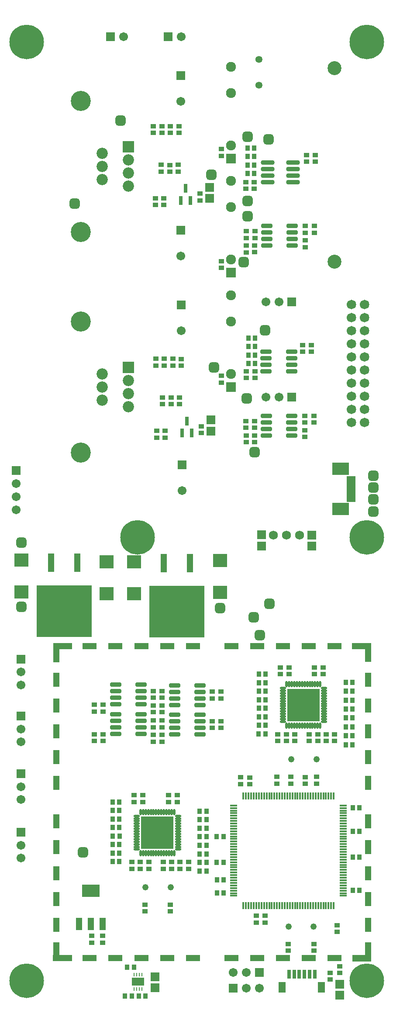
<source format=gts>
G04*
G04 #@! TF.GenerationSoftware,Altium Limited,Altium Designer,20.0.12 (288)*
G04*
G04 Layer_Color=8388736*
%FSLAX25Y25*%
%MOIN*%
G70*
G01*
G75*
%ADD38R,0.05315X0.01378*%
%ADD39R,0.01378X0.05315*%
%ADD41R,0.09370X0.06496*%
%ADD42R,0.00984X0.02756*%
%ADD45C,0.00000*%
%ADD46R,0.07099X0.06706*%
%ADD47R,0.03556X0.04343*%
%ADD48R,0.24816X0.24816*%
%ADD49O,0.01784X0.04737*%
%ADD50O,0.04737X0.01784*%
%ADD51R,0.10721X0.09894*%
%ADD52R,0.42139X0.39580*%
%ADD53R,0.04737X0.14383*%
%ADD54R,0.04737X0.11036*%
%ADD55R,0.04737X0.14580*%
%ADD56R,0.11036X0.04737*%
%ADD57R,0.14580X0.04737*%
%ADD58R,0.03162X0.06902*%
%ADD59R,0.05524X0.07887*%
G04:AMPARAMS|DCode=60|XSize=85.56mil|YSize=31.62mil|CornerRadius=6.95mil|HoleSize=0mil|Usage=FLASHONLY|Rotation=0.000|XOffset=0mil|YOffset=0mil|HoleType=Round|Shape=RoundedRectangle|*
%AMROUNDEDRECTD60*
21,1,0.08556,0.01772,0,0,0.0*
21,1,0.07165,0.03162,0,0,0.0*
1,1,0.01391,0.03583,-0.00886*
1,1,0.01391,-0.03583,-0.00886*
1,1,0.01391,-0.03583,0.00886*
1,1,0.01391,0.03583,0.00886*
%
%ADD60ROUNDEDRECTD60*%
%ADD61R,0.04343X0.03556*%
%ADD62R,0.03162X0.06509*%
%ADD63R,0.13084X0.09619*%
%ADD64R,0.07099X0.01981*%
G04:AMPARAMS|DCode=65|XSize=78mil|YSize=78mil|CornerRadius=21.5mil|HoleSize=0mil|Usage=FLASHONLY|Rotation=90.000|XOffset=0mil|YOffset=0mil|HoleType=Round|Shape=RoundedRectangle|*
%AMROUNDEDRECTD65*
21,1,0.07800,0.03500,0,0,90.0*
21,1,0.03500,0.07800,0,0,90.0*
1,1,0.04300,0.01750,0.01750*
1,1,0.04300,0.01750,-0.01750*
1,1,0.04300,-0.01750,-0.01750*
1,1,0.04300,-0.01750,0.01750*
%
%ADD65ROUNDEDRECTD65*%
%ADD66O,0.10642X0.03556*%
%ADD67R,0.04737X0.09265*%
%ADD68R,0.13595X0.09265*%
%ADD69C,0.06706*%
%ADD70R,0.06706X0.06706*%
%ADD71C,0.06800*%
%ADD72R,0.06706X0.06706*%
%ADD73C,0.10642*%
%ADD74C,0.05328*%
%ADD75C,0.07178*%
%ADD76R,0.06737X0.06737*%
%ADD77C,0.06737*%
%ADD78R,0.06737X0.06737*%
%ADD79C,0.07591*%
%ADD80R,0.07591X0.07591*%
%ADD81C,0.15312*%
%ADD82R,0.08600X0.08600*%
%ADD83C,0.08600*%
%ADD84C,0.26391*%
%ADD85C,0.04855*%
G36*
X35657Y34976D02*
Y44818D01*
X40381D01*
Y34976D01*
X35657D01*
D02*
G37*
G36*
X50224Y268539D02*
X40381D01*
Y273263D01*
X50224D01*
Y268539D01*
D02*
G37*
G36*
X273846Y30350D02*
X264003D01*
Y35074D01*
X273846D01*
Y30350D01*
D02*
G37*
G36*
X278570Y268637D02*
Y258794D01*
X273846D01*
Y268637D01*
X278570D01*
D02*
G37*
D38*
X173568Y80381D02*
D03*
Y82350D02*
D03*
Y84318D02*
D03*
Y86287D02*
D03*
Y88255D02*
D03*
Y90224D02*
D03*
Y92192D02*
D03*
Y94161D02*
D03*
Y96129D02*
D03*
Y98098D02*
D03*
Y100066D02*
D03*
Y102035D02*
D03*
Y104003D02*
D03*
Y105972D02*
D03*
Y107940D02*
D03*
Y109909D02*
D03*
Y111877D02*
D03*
Y113846D02*
D03*
Y115814D02*
D03*
Y117783D02*
D03*
Y119751D02*
D03*
Y121720D02*
D03*
Y123688D02*
D03*
Y125657D02*
D03*
Y127625D02*
D03*
Y129594D02*
D03*
Y131562D02*
D03*
Y133531D02*
D03*
Y135499D02*
D03*
Y137468D02*
D03*
Y139436D02*
D03*
Y141405D02*
D03*
Y143373D02*
D03*
Y145342D02*
D03*
Y147310D02*
D03*
Y149279D02*
D03*
X257230D02*
D03*
Y147310D02*
D03*
Y145342D02*
D03*
Y143373D02*
D03*
Y141405D02*
D03*
Y139436D02*
D03*
Y137468D02*
D03*
Y135499D02*
D03*
Y133531D02*
D03*
Y131562D02*
D03*
Y129594D02*
D03*
Y127625D02*
D03*
Y125657D02*
D03*
Y123688D02*
D03*
Y121720D02*
D03*
Y119751D02*
D03*
Y117783D02*
D03*
Y115814D02*
D03*
Y113846D02*
D03*
Y111877D02*
D03*
Y109909D02*
D03*
Y107940D02*
D03*
Y105972D02*
D03*
Y104003D02*
D03*
Y102035D02*
D03*
Y100066D02*
D03*
Y98098D02*
D03*
Y96129D02*
D03*
Y94161D02*
D03*
Y92192D02*
D03*
Y90224D02*
D03*
Y88255D02*
D03*
Y86287D02*
D03*
Y84318D02*
D03*
Y82350D02*
D03*
Y80381D02*
D03*
D39*
X180950Y156661D02*
D03*
X182919D02*
D03*
X184887D02*
D03*
X186856D02*
D03*
X188824D02*
D03*
X190793D02*
D03*
X192761D02*
D03*
X194730D02*
D03*
X196698D02*
D03*
X198667D02*
D03*
X200635D02*
D03*
X202604D02*
D03*
X204572D02*
D03*
X206541D02*
D03*
X208509D02*
D03*
X210478D02*
D03*
X212446D02*
D03*
X214415D02*
D03*
X216383D02*
D03*
X218352D02*
D03*
X220320D02*
D03*
X222289D02*
D03*
X224257D02*
D03*
X226226D02*
D03*
X228194D02*
D03*
X230163D02*
D03*
X232131D02*
D03*
X234100D02*
D03*
X236068D02*
D03*
X238037D02*
D03*
X240005D02*
D03*
X241974D02*
D03*
X243942D02*
D03*
X245911D02*
D03*
X247879D02*
D03*
X249848D02*
D03*
Y72999D02*
D03*
X247879D02*
D03*
X245911D02*
D03*
X243942D02*
D03*
X241974D02*
D03*
X240005D02*
D03*
X238037D02*
D03*
X236068D02*
D03*
X234100D02*
D03*
X232131D02*
D03*
X230163D02*
D03*
X228194D02*
D03*
X226226D02*
D03*
X224257D02*
D03*
X222289D02*
D03*
X220320D02*
D03*
X218352D02*
D03*
X216383D02*
D03*
X214415D02*
D03*
X212446D02*
D03*
X210478D02*
D03*
X208509D02*
D03*
X206541D02*
D03*
X204572D02*
D03*
X202604D02*
D03*
X200635D02*
D03*
X198667D02*
D03*
X196698D02*
D03*
X194730D02*
D03*
X192761D02*
D03*
X190793D02*
D03*
X188824D02*
D03*
X186856D02*
D03*
X184887D02*
D03*
X182919D02*
D03*
X180950D02*
D03*
D41*
X100380Y14776D02*
D03*
D42*
X103333Y9264D02*
D03*
X101364D02*
D03*
X99396D02*
D03*
X97427D02*
D03*
Y20287D02*
D03*
X99396D02*
D03*
X101364D02*
D03*
X103333D02*
D03*
D45*
X276712Y531476D02*
G03*
X276712Y531476I-3390J0D01*
G01*
X266712D02*
G03*
X266712Y531476I-3390J0D01*
G01*
X276712Y521476D02*
G03*
X276712Y521476I-3390J0D01*
G01*
X266712D02*
G03*
X266712Y521476I-3390J0D01*
G01*
X276712Y511476D02*
G03*
X276712Y511476I-3390J0D01*
G01*
X266712D02*
G03*
X266712Y511476I-3390J0D01*
G01*
X276712Y501476D02*
G03*
X276712Y501476I-3390J0D01*
G01*
X266712D02*
G03*
X266712Y501476I-3390J0D01*
G01*
X276712Y491476D02*
G03*
X276712Y491476I-3390J0D01*
G01*
X266712D02*
G03*
X266712Y491476I-3390J0D01*
G01*
X276712Y481476D02*
G03*
X276712Y481476I-3390J0D01*
G01*
X266712D02*
G03*
X266712Y481476I-3390J0D01*
G01*
X276712Y471476D02*
G03*
X276712Y471476I-3390J0D01*
G01*
X266712D02*
G03*
X266712Y471476I-3390J0D01*
G01*
X276712Y461476D02*
G03*
X276712Y461476I-3390J0D01*
G01*
X266712D02*
G03*
X266712Y461476I-3390J0D01*
G01*
X276712Y451476D02*
G03*
X276712Y451476I-3390J0D01*
G01*
X266712D02*
G03*
X266712Y451476I-3390J0D01*
G01*
X276712Y441476D02*
G03*
X276712Y441476I-3390J0D01*
G01*
X266712D02*
G03*
X266712Y441476I-3390J0D01*
G01*
D46*
X232972Y355610D02*
D03*
Y347146D02*
D03*
X194783Y347244D02*
D03*
Y355709D02*
D03*
X113380Y10076D02*
D03*
Y18540D02*
D03*
X155230Y620940D02*
D03*
Y612476D02*
D03*
X156230Y443440D02*
D03*
Y434976D02*
D03*
X254480Y4476D02*
D03*
Y12940D02*
D03*
D47*
X259154Y222835D02*
D03*
X264272D02*
D03*
X147539Y125386D02*
D03*
X152657D02*
D03*
X259154Y229626D02*
D03*
X264272D02*
D03*
X147539Y131928D02*
D03*
X152657D02*
D03*
X259154Y195669D02*
D03*
X264272D02*
D03*
X147539Y99220D02*
D03*
X152657D02*
D03*
X259154Y202461D02*
D03*
X264272D02*
D03*
X147539Y105762D02*
D03*
X152657D02*
D03*
X192671Y249476D02*
D03*
X197789D02*
D03*
X81171Y151976D02*
D03*
X86289D02*
D03*
X259154Y209252D02*
D03*
X264272D02*
D03*
X147539Y112303D02*
D03*
X152657D02*
D03*
X192671Y242976D02*
D03*
X197789D02*
D03*
X81171Y145476D02*
D03*
X86289D02*
D03*
X197730Y203976D02*
D03*
X192612D02*
D03*
X86230Y106476D02*
D03*
X81112D02*
D03*
X197789Y210476D02*
D03*
X192671D02*
D03*
X86289Y112976D02*
D03*
X81171D02*
D03*
X197848Y223476D02*
D03*
X192730D02*
D03*
X86348Y125976D02*
D03*
X81230D02*
D03*
X197789Y229976D02*
D03*
X192671D02*
D03*
X86289Y132476D02*
D03*
X81171D02*
D03*
X259154Y216043D02*
D03*
X264272D02*
D03*
X147539Y118845D02*
D03*
X152657D02*
D03*
X259154Y236417D02*
D03*
X264272D02*
D03*
X147539Y138469D02*
D03*
X152657D02*
D03*
X197789Y216976D02*
D03*
X192671D02*
D03*
X86289Y119476D02*
D03*
X81171D02*
D03*
X197789Y236476D02*
D03*
X192671D02*
D03*
X86289Y138976D02*
D03*
X81171D02*
D03*
X259154Y243209D02*
D03*
X264272D02*
D03*
X147539Y145011D02*
D03*
X152657D02*
D03*
X184171Y644417D02*
D03*
X189289D02*
D03*
Y631417D02*
D03*
X184171D02*
D03*
X184730Y499476D02*
D03*
X189848D02*
D03*
Y486476D02*
D03*
X184730D02*
D03*
X97339Y25876D02*
D03*
X92221D02*
D03*
X95739Y3976D02*
D03*
X90621D02*
D03*
X101062D02*
D03*
X106180D02*
D03*
X160671Y92476D02*
D03*
X165789D02*
D03*
X189289Y650916D02*
D03*
X184171D02*
D03*
X189289Y637917D02*
D03*
X184171D02*
D03*
X189848Y505976D02*
D03*
X184730D02*
D03*
X189848Y492976D02*
D03*
X184730D02*
D03*
X264421Y147476D02*
D03*
X269539D02*
D03*
X264421Y84476D02*
D03*
X269539D02*
D03*
X264421Y109976D02*
D03*
X269539D02*
D03*
X264421Y129476D02*
D03*
X269539D02*
D03*
X165730Y105976D02*
D03*
X160612D02*
D03*
X165789Y82476D02*
D03*
X160671D02*
D03*
X165730Y125476D02*
D03*
X160612D02*
D03*
D48*
X226730Y226007D02*
D03*
X115230Y128507D02*
D03*
D49*
X213934Y241755D02*
D03*
X215903D02*
D03*
X217871D02*
D03*
X219840D02*
D03*
X221809D02*
D03*
X223777D02*
D03*
X225746D02*
D03*
X227714D02*
D03*
X229683D02*
D03*
X231651D02*
D03*
X233620D02*
D03*
X235588D02*
D03*
X237557D02*
D03*
X239525D02*
D03*
Y210259D02*
D03*
X237557D02*
D03*
X235588D02*
D03*
X233620D02*
D03*
X231651D02*
D03*
X229683D02*
D03*
X227714D02*
D03*
X225746D02*
D03*
X223777D02*
D03*
X221809D02*
D03*
X219840D02*
D03*
X217871D02*
D03*
X215903D02*
D03*
X213934D02*
D03*
X102435Y144255D02*
D03*
X104403D02*
D03*
X106371D02*
D03*
X108340D02*
D03*
X110309D02*
D03*
X112277D02*
D03*
X114246D02*
D03*
X116214D02*
D03*
X118183D02*
D03*
X120151D02*
D03*
X122120D02*
D03*
X124088D02*
D03*
X126057D02*
D03*
X128025D02*
D03*
Y112759D02*
D03*
X126057D02*
D03*
X124088D02*
D03*
X122120D02*
D03*
X120151D02*
D03*
X118183D02*
D03*
X116214D02*
D03*
X114246D02*
D03*
X112277D02*
D03*
X110309D02*
D03*
X108340D02*
D03*
X106371D02*
D03*
X104403D02*
D03*
X102435D02*
D03*
D50*
X242478Y238802D02*
D03*
Y236834D02*
D03*
Y234865D02*
D03*
Y232897D02*
D03*
Y230928D02*
D03*
Y228960D02*
D03*
Y226991D02*
D03*
Y225023D02*
D03*
Y223054D02*
D03*
Y221086D02*
D03*
Y219117D02*
D03*
Y217149D02*
D03*
Y215180D02*
D03*
Y213212D02*
D03*
X210982D02*
D03*
Y215180D02*
D03*
Y217149D02*
D03*
Y219117D02*
D03*
Y221086D02*
D03*
Y223054D02*
D03*
Y225023D02*
D03*
Y226991D02*
D03*
Y228960D02*
D03*
Y230928D02*
D03*
Y232897D02*
D03*
Y234865D02*
D03*
Y236834D02*
D03*
Y238802D02*
D03*
X130978Y141302D02*
D03*
Y139334D02*
D03*
Y137365D02*
D03*
Y135397D02*
D03*
Y133428D02*
D03*
Y131460D02*
D03*
Y129491D02*
D03*
Y127523D02*
D03*
Y125554D02*
D03*
Y123586D02*
D03*
Y121617D02*
D03*
Y119649D02*
D03*
Y117680D02*
D03*
Y115712D02*
D03*
X99482D02*
D03*
Y117680D02*
D03*
Y119649D02*
D03*
Y121617D02*
D03*
Y123586D02*
D03*
Y125554D02*
D03*
Y127523D02*
D03*
Y129491D02*
D03*
Y131460D02*
D03*
Y133428D02*
D03*
Y135397D02*
D03*
Y137365D02*
D03*
Y139334D02*
D03*
Y141302D02*
D03*
D51*
X97480Y335180D02*
D03*
Y310771D02*
D03*
X162980Y311771D02*
D03*
Y336180D02*
D03*
X76480Y310771D02*
D03*
Y335180D02*
D03*
X11480Y312180D02*
D03*
Y336590D02*
D03*
D52*
X130022Y297071D02*
D03*
X43980Y297476D02*
D03*
D53*
X120022Y334079D02*
D03*
X140022D02*
D03*
X53980Y334484D02*
D03*
X33980D02*
D03*
D54*
X38019Y166570D02*
D03*
Y186255D02*
D03*
Y205940D02*
D03*
Y225625D02*
D03*
Y245310D02*
D03*
X276208Y166570D02*
D03*
Y186255D02*
D03*
Y205940D02*
D03*
Y225625D02*
D03*
Y245310D02*
D03*
Y137042D02*
D03*
Y117358D02*
D03*
Y97672D02*
D03*
Y77987D02*
D03*
Y58302D02*
D03*
X38019Y137042D02*
D03*
Y117358D02*
D03*
Y97672D02*
D03*
Y77987D02*
D03*
Y58302D02*
D03*
D55*
Y265980D02*
D03*
X276208Y37633D02*
D03*
D56*
X142350Y270901D02*
D03*
X122665D02*
D03*
X102980D02*
D03*
X83295D02*
D03*
X63610D02*
D03*
X171877D02*
D03*
X191562D02*
D03*
X211247D02*
D03*
X230933D02*
D03*
X250618D02*
D03*
X171877Y32712D02*
D03*
X191562D02*
D03*
X211247D02*
D03*
X230933D02*
D03*
X250618D02*
D03*
X142350D02*
D03*
X122665D02*
D03*
X102980D02*
D03*
X83295D02*
D03*
X63610D02*
D03*
D57*
X271287Y270901D02*
D03*
X42940Y32712D02*
D03*
D58*
X235417Y20476D02*
D03*
X231480D02*
D03*
X227543D02*
D03*
X223606D02*
D03*
X219669D02*
D03*
X215732D02*
D03*
D59*
X240535Y10535D02*
D03*
X210614D02*
D03*
D60*
X198230Y495476D02*
D03*
Y490476D02*
D03*
Y485476D02*
D03*
Y480476D02*
D03*
X217679D02*
D03*
Y485476D02*
D03*
Y490476D02*
D03*
Y495476D02*
D03*
X83480Y241476D02*
D03*
Y236476D02*
D03*
Y231476D02*
D03*
Y226476D02*
D03*
X102929D02*
D03*
Y231476D02*
D03*
Y236476D02*
D03*
Y241476D02*
D03*
X128480Y240976D02*
D03*
Y235976D02*
D03*
Y230976D02*
D03*
Y225976D02*
D03*
X147929D02*
D03*
Y230976D02*
D03*
Y235976D02*
D03*
Y240976D02*
D03*
X83480Y218976D02*
D03*
Y213976D02*
D03*
Y208976D02*
D03*
Y203976D02*
D03*
X102929D02*
D03*
Y208976D02*
D03*
Y213976D02*
D03*
Y218976D02*
D03*
X128480Y218476D02*
D03*
Y213476D02*
D03*
Y208476D02*
D03*
Y203476D02*
D03*
X147929D02*
D03*
Y208476D02*
D03*
Y213476D02*
D03*
Y218476D02*
D03*
X198755Y591358D02*
D03*
Y586357D02*
D03*
Y581357D02*
D03*
Y576358D02*
D03*
X218204D02*
D03*
Y581357D02*
D03*
Y586357D02*
D03*
Y591358D02*
D03*
X198505Y446476D02*
D03*
Y441476D02*
D03*
Y436476D02*
D03*
Y431476D02*
D03*
X217954D02*
D03*
Y436476D02*
D03*
Y441476D02*
D03*
Y446476D02*
D03*
D61*
X237730Y198416D02*
D03*
Y203535D02*
D03*
X126230Y100917D02*
D03*
Y106035D02*
D03*
X250480Y203535D02*
D03*
Y198416D02*
D03*
X138980Y106035D02*
D03*
Y100917D02*
D03*
X231230Y198416D02*
D03*
Y203535D02*
D03*
X119730Y100917D02*
D03*
Y106035D02*
D03*
X213730Y203535D02*
D03*
Y198416D02*
D03*
X102230Y106035D02*
D03*
Y100917D02*
D03*
X243980Y203535D02*
D03*
Y198416D02*
D03*
X132480Y106035D02*
D03*
Y100917D02*
D03*
X217230Y165917D02*
D03*
Y171035D02*
D03*
X105730Y68417D02*
D03*
Y73535D02*
D03*
X236730Y165948D02*
D03*
Y171066D02*
D03*
X125230Y68448D02*
D03*
Y73566D02*
D03*
X235230Y249416D02*
D03*
Y254535D02*
D03*
X123730Y151917D02*
D03*
Y157035D02*
D03*
X220230Y203535D02*
D03*
Y198416D02*
D03*
X108730Y106035D02*
D03*
Y100917D02*
D03*
X241899Y249416D02*
D03*
Y254535D02*
D03*
X97438Y151903D02*
D03*
Y157021D02*
D03*
X207230Y203535D02*
D03*
Y198416D02*
D03*
X95730Y106035D02*
D03*
Y100917D02*
D03*
X215730Y249416D02*
D03*
Y254535D02*
D03*
X104230Y151917D02*
D03*
Y157035D02*
D03*
X209072Y249411D02*
D03*
Y254529D02*
D03*
X130413Y151910D02*
D03*
Y157028D02*
D03*
X182980Y582298D02*
D03*
Y587417D02*
D03*
X182730Y437417D02*
D03*
Y442535D02*
D03*
X227980Y575239D02*
D03*
Y580358D02*
D03*
X227730Y430358D02*
D03*
Y435476D02*
D03*
X163980Y650035D02*
D03*
Y644916D02*
D03*
Y564535D02*
D03*
Y559416D02*
D03*
Y477035D02*
D03*
Y471916D02*
D03*
X131230Y632976D02*
D03*
Y638094D02*
D03*
X132230Y455476D02*
D03*
Y460594D02*
D03*
X118230Y632916D02*
D03*
Y638035D02*
D03*
X119230Y455416D02*
D03*
Y460535D02*
D03*
X124730Y637976D02*
D03*
Y632858D02*
D03*
X125730Y460476D02*
D03*
Y455358D02*
D03*
X118730Y662476D02*
D03*
Y667594D02*
D03*
X120480Y484976D02*
D03*
Y490094D02*
D03*
X147730Y610917D02*
D03*
Y616035D02*
D03*
X148730Y433417D02*
D03*
Y438535D02*
D03*
X189730Y587417D02*
D03*
Y582298D02*
D03*
X189480Y442594D02*
D03*
Y437476D02*
D03*
X254480Y26558D02*
D03*
Y21440D02*
D03*
X118704Y231417D02*
D03*
Y236535D02*
D03*
X163704Y230917D02*
D03*
Y236035D02*
D03*
X118704Y208916D02*
D03*
Y214035D02*
D03*
X163704Y208417D02*
D03*
Y213535D02*
D03*
X112204Y231417D02*
D03*
Y236535D02*
D03*
X157204Y230917D02*
D03*
Y236035D02*
D03*
X112204Y208916D02*
D03*
Y214035D02*
D03*
X157204Y208417D02*
D03*
Y213535D02*
D03*
X73704Y220917D02*
D03*
Y226035D02*
D03*
X118704Y220416D02*
D03*
Y225535D02*
D03*
X73704Y198416D02*
D03*
Y203535D02*
D03*
X118704Y197916D02*
D03*
Y203035D02*
D03*
X67204Y220976D02*
D03*
Y226094D02*
D03*
X112204Y220476D02*
D03*
Y225594D02*
D03*
X67204Y198476D02*
D03*
Y203594D02*
D03*
X112204Y197976D02*
D03*
Y203094D02*
D03*
X227980Y591417D02*
D03*
Y586298D02*
D03*
X227730Y446535D02*
D03*
Y441417D02*
D03*
X234980Y591417D02*
D03*
Y586298D02*
D03*
X234730Y446535D02*
D03*
Y441417D02*
D03*
X189480Y571357D02*
D03*
Y576476D02*
D03*
Y426358D02*
D03*
Y431476D02*
D03*
X182980Y571298D02*
D03*
Y576416D02*
D03*
Y426416D02*
D03*
Y431535D02*
D03*
X229230Y645476D02*
D03*
Y640357D02*
D03*
X235671Y645476D02*
D03*
Y640357D02*
D03*
X189230Y619858D02*
D03*
Y624976D02*
D03*
X182789Y619858D02*
D03*
Y624976D02*
D03*
X226230Y500594D02*
D03*
Y495476D02*
D03*
X232730Y500535D02*
D03*
Y495416D02*
D03*
X189730Y475417D02*
D03*
Y480535D02*
D03*
X183230Y475357D02*
D03*
Y480476D02*
D03*
X64980Y49785D02*
D03*
Y44666D02*
D03*
X73480Y49785D02*
D03*
Y44666D02*
D03*
X131730Y667476D02*
D03*
Y662358D02*
D03*
X133480Y489976D02*
D03*
Y484858D02*
D03*
X125230Y667535D02*
D03*
Y662417D02*
D03*
X126980Y490035D02*
D03*
Y484916D02*
D03*
X113730Y612535D02*
D03*
Y607416D02*
D03*
X114730Y435035D02*
D03*
Y429916D02*
D03*
X112230Y667594D02*
D03*
Y662476D02*
D03*
X113980Y490094D02*
D03*
Y484976D02*
D03*
X120230Y612535D02*
D03*
Y607416D02*
D03*
X121230Y435035D02*
D03*
Y429916D02*
D03*
X234730Y38357D02*
D03*
Y43476D02*
D03*
X215230Y38357D02*
D03*
Y43476D02*
D03*
X246980Y21535D02*
D03*
Y16417D02*
D03*
X185730Y165535D02*
D03*
Y170653D02*
D03*
X190730Y65094D02*
D03*
Y59976D02*
D03*
X252580Y57935D02*
D03*
Y52816D02*
D03*
X197480Y65035D02*
D03*
Y59917D02*
D03*
X227980Y165858D02*
D03*
Y170976D02*
D03*
X206480Y165917D02*
D03*
Y171035D02*
D03*
X178730Y165594D02*
D03*
Y170712D02*
D03*
D62*
X132990Y610909D02*
D03*
X140470D02*
D03*
X136730Y620161D02*
D03*
X133990Y433409D02*
D03*
X141470D02*
D03*
X137730Y442661D02*
D03*
D63*
X255180Y406076D02*
D03*
Y375391D02*
D03*
D64*
X262975Y399591D02*
D03*
Y397623D02*
D03*
Y395654D02*
D03*
Y393686D02*
D03*
Y391717D02*
D03*
Y389749D02*
D03*
Y387780D02*
D03*
Y385812D02*
D03*
Y383843D02*
D03*
Y381875D02*
D03*
D65*
X188878Y292815D02*
D03*
X200689Y303051D02*
D03*
X280244Y391898D02*
D03*
Y401019D02*
D03*
X189480Y418976D02*
D03*
X183480Y459976D02*
D03*
X197480Y511976D02*
D03*
X280244Y382777D02*
D03*
Y373657D02*
D03*
X183980Y598976D02*
D03*
Y610476D02*
D03*
X199980Y657476D02*
D03*
X193504Y279134D02*
D03*
X180980Y563976D02*
D03*
X158480Y483476D02*
D03*
X183980Y659476D02*
D03*
X11480Y349976D02*
D03*
X58480Y113476D02*
D03*
X156480Y630476D02*
D03*
X51980Y608476D02*
D03*
X86980Y671976D02*
D03*
X162980Y299976D02*
D03*
X11480Y300976D02*
D03*
D66*
X199584Y639917D02*
D03*
Y634916D02*
D03*
Y629916D02*
D03*
Y624917D02*
D03*
X218876Y639917D02*
D03*
Y634916D02*
D03*
Y629916D02*
D03*
Y624917D02*
D03*
D67*
X55370Y58726D02*
D03*
X64425D02*
D03*
X73480D02*
D03*
D68*
X64425Y84119D02*
D03*
D69*
X133230Y686633D02*
D03*
X133480Y511476D02*
D03*
X132980Y568633D02*
D03*
X133980Y389476D02*
D03*
X7443Y374991D02*
D03*
Y384991D02*
D03*
Y394991D02*
D03*
X183066Y21752D02*
D03*
X173066D02*
D03*
X192972Y9843D02*
D03*
X182972D02*
D03*
X133480Y735876D02*
D03*
X89480D02*
D03*
D70*
X133230Y706318D02*
D03*
X133480Y531161D02*
D03*
X132980Y588318D02*
D03*
X133980Y409161D02*
D03*
X7443Y404991D02*
D03*
D71*
X203769Y355629D02*
D03*
X213769D02*
D03*
X223769D02*
D03*
D72*
X193066Y21752D02*
D03*
X172972Y9843D02*
D03*
X123480Y735876D02*
D03*
X79480D02*
D03*
D73*
X250622Y711895D02*
D03*
Y564257D02*
D03*
D74*
X192822Y718618D02*
D03*
Y698933D02*
D03*
D75*
X273322Y531476D02*
D03*
X263322D02*
D03*
X273322Y521476D02*
D03*
X263322D02*
D03*
X273322Y511476D02*
D03*
X263322D02*
D03*
X273322Y501476D02*
D03*
X263322D02*
D03*
X273322Y491476D02*
D03*
X263322D02*
D03*
X273322Y481476D02*
D03*
X263322D02*
D03*
X273322Y471476D02*
D03*
X263322D02*
D03*
X273322Y461476D02*
D03*
X263322D02*
D03*
X273322Y451476D02*
D03*
X263322D02*
D03*
X273322Y441476D02*
D03*
X263322D02*
D03*
D76*
X217822Y533576D02*
D03*
Y460976D02*
D03*
D77*
X207980Y533576D02*
D03*
X198137D02*
D03*
X207980Y460976D02*
D03*
X198137D02*
D03*
X11051Y118932D02*
D03*
Y109090D02*
D03*
Y163617D02*
D03*
Y153775D02*
D03*
Y207613D02*
D03*
Y197771D02*
D03*
Y251117D02*
D03*
Y241275D02*
D03*
D78*
Y128775D02*
D03*
Y173460D02*
D03*
Y217456D02*
D03*
Y260960D02*
D03*
D79*
X171480Y538476D02*
D03*
Y518476D02*
D03*
Y478476D02*
D03*
Y712976D02*
D03*
Y692976D02*
D03*
Y652976D02*
D03*
Y625976D02*
D03*
Y605976D02*
D03*
Y565976D02*
D03*
D80*
Y468476D02*
D03*
Y642976D02*
D03*
Y555976D02*
D03*
D81*
X56880Y586976D02*
D03*
Y686976D02*
D03*
Y418476D02*
D03*
Y518476D02*
D03*
D82*
X92980Y651976D02*
D03*
Y483476D02*
D03*
D83*
X72980Y646976D02*
D03*
X92980Y641976D02*
D03*
X72980Y636976D02*
D03*
X92980Y631976D02*
D03*
X72980Y626976D02*
D03*
X92980Y621976D02*
D03*
X72980Y478476D02*
D03*
X92980Y473476D02*
D03*
X72980Y468476D02*
D03*
X92980Y463476D02*
D03*
X72980Y458476D02*
D03*
X92980Y453476D02*
D03*
D84*
X99980Y353976D02*
D03*
X274980D02*
D03*
X15480Y731976D02*
D03*
X274980D02*
D03*
Y15476D02*
D03*
X15480D02*
D03*
D85*
X217623Y184476D02*
D03*
X236836D02*
D03*
X106123Y86976D02*
D03*
X125336D02*
D03*
X234586Y56976D02*
D03*
X215373D02*
D03*
M02*

</source>
